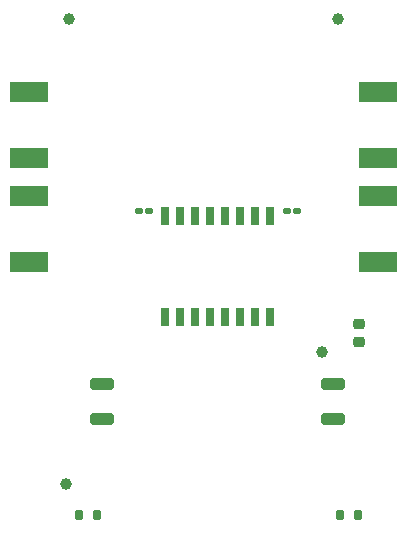
<source format=gtp>
G04*
G04 #@! TF.GenerationSoftware,Altium Limited,Altium Designer,21.7.2 (23)*
G04*
G04 Layer_Color=8421504*
%FSLAX25Y25*%
%MOIN*%
G70*
G04*
G04 #@! TF.SameCoordinates,2ED69007-8404-4F84-9E22-07974BFFE74B*
G04*
G04*
G04 #@! TF.FilePolarity,Positive*
G04*
G01*
G75*
%ADD19R,0.02953X0.06496*%
%ADD20R,0.12598X0.07087*%
G04:AMPARAMS|DCode=21|XSize=39.37mil|YSize=78.74mil|CornerRadius=9.84mil|HoleSize=0mil|Usage=FLASHONLY|Rotation=270.000|XOffset=0mil|YOffset=0mil|HoleType=Round|Shape=RoundedRectangle|*
%AMROUNDEDRECTD21*
21,1,0.03937,0.05906,0,0,270.0*
21,1,0.01968,0.07874,0,0,270.0*
1,1,0.01968,-0.02953,-0.00984*
1,1,0.01968,-0.02953,0.00984*
1,1,0.01968,0.02953,0.00984*
1,1,0.01968,0.02953,-0.00984*
%
%ADD21ROUNDEDRECTD21*%
G04:AMPARAMS|DCode=22|XSize=34.25mil|YSize=38.19mil|CornerRadius=8.73mil|HoleSize=0mil|Usage=FLASHONLY|Rotation=90.000|XOffset=0mil|YOffset=0mil|HoleType=Round|Shape=RoundedRectangle|*
%AMROUNDEDRECTD22*
21,1,0.03425,0.02072,0,0,90.0*
21,1,0.01678,0.03819,0,0,90.0*
1,1,0.01747,0.01036,0.00839*
1,1,0.01747,0.01036,-0.00839*
1,1,0.01747,-0.01036,-0.00839*
1,1,0.01747,-0.01036,0.00839*
%
%ADD22ROUNDEDRECTD22*%
G04:AMPARAMS|DCode=23|XSize=25mil|YSize=35mil|CornerRadius=6.25mil|HoleSize=0mil|Usage=FLASHONLY|Rotation=180.000|XOffset=0mil|YOffset=0mil|HoleType=Round|Shape=RoundedRectangle|*
%AMROUNDEDRECTD23*
21,1,0.02500,0.02250,0,0,180.0*
21,1,0.01250,0.03500,0,0,180.0*
1,1,0.01250,-0.00625,0.01125*
1,1,0.01250,0.00625,0.01125*
1,1,0.01250,0.00625,-0.01125*
1,1,0.01250,-0.00625,-0.01125*
%
%ADD23ROUNDEDRECTD23*%
G04:AMPARAMS|DCode=24|XSize=24.8mil|YSize=22.84mil|CornerRadius=5.94mil|HoleSize=0mil|Usage=FLASHONLY|Rotation=0.000|XOffset=0mil|YOffset=0mil|HoleType=Round|Shape=RoundedRectangle|*
%AMROUNDEDRECTD24*
21,1,0.02480,0.01096,0,0,0.0*
21,1,0.01293,0.02284,0,0,0.0*
1,1,0.01187,0.00647,-0.00548*
1,1,0.01187,-0.00647,-0.00548*
1,1,0.01187,-0.00647,0.00548*
1,1,0.01187,0.00647,0.00548*
%
%ADD24ROUNDEDRECTD24*%
G04:AMPARAMS|DCode=25|XSize=39.37mil|YSize=39.37mil|CornerRadius=19.68mil|HoleSize=0mil|Usage=FLASHONLY|Rotation=0.000|XOffset=0mil|YOffset=0mil|HoleType=Round|Shape=RoundedRectangle|*
%AMROUNDEDRECTD25*
21,1,0.03937,0.00000,0,0,0.0*
21,1,0.00000,0.03937,0,0,0.0*
1,1,0.03937,0.00000,0.00000*
1,1,0.03937,0.00000,0.00000*
1,1,0.03937,0.00000,0.00000*
1,1,0.03937,0.00000,0.00000*
%
%ADD25ROUNDEDRECTD25*%
D19*
X-129497Y78005D02*
D03*
X-124497D02*
D03*
X-119497D02*
D03*
X-114497D02*
D03*
X-109497D02*
D03*
X-104497D02*
D03*
X-99497D02*
D03*
X-94497D02*
D03*
Y44147D02*
D03*
X-99497D02*
D03*
X-104497D02*
D03*
X-109497D02*
D03*
X-114497D02*
D03*
X-119497D02*
D03*
X-124497D02*
D03*
X-129497D02*
D03*
D20*
X-58454Y62651D02*
D03*
Y84699D02*
D03*
X-174989Y119344D02*
D03*
Y97296D02*
D03*
Y62651D02*
D03*
Y84699D02*
D03*
X-58454Y119344D02*
D03*
Y97296D02*
D03*
D21*
X-73414Y10289D02*
D03*
Y22099D02*
D03*
X-150580Y10289D02*
D03*
Y22100D02*
D03*
D22*
X-64753Y41982D02*
D03*
Y35879D02*
D03*
D23*
X-71296Y-21601D02*
D03*
X-65296D02*
D03*
X-152304Y-21601D02*
D03*
X-158304D02*
D03*
D24*
X-134787Y79800D02*
D03*
X-138213D02*
D03*
X-88813Y79600D02*
D03*
X-85387D02*
D03*
D25*
X-162391Y-11365D02*
D03*
X-77351Y32730D02*
D03*
X-71839Y143754D02*
D03*
X-161603D02*
D03*
M02*

</source>
